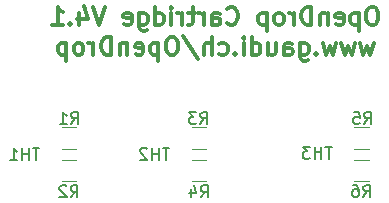
<source format=gbr>
G04 #@! TF.GenerationSoftware,KiCad,Pcbnew,5.1.5+dfsg1-2build2*
G04 #@! TF.CreationDate,2021-05-28T07:54:39+02:00*
G04 #@! TF.ProjectId,DIMMCartridge_heaters,44494d4d-4361-4727-9472-696467655f68,rev?*
G04 #@! TF.SameCoordinates,Original*
G04 #@! TF.FileFunction,Legend,Bot*
G04 #@! TF.FilePolarity,Positive*
%FSLAX46Y46*%
G04 Gerber Fmt 4.6, Leading zero omitted, Abs format (unit mm)*
G04 Created by KiCad (PCBNEW 5.1.5+dfsg1-2build2) date 2021-05-28 07:54:39*
%MOMM*%
%LPD*%
G04 APERTURE LIST*
%ADD10C,0.300000*%
%ADD11C,0.120000*%
%ADD12C,0.150000*%
G04 APERTURE END LIST*
D10*
X113428571Y-81518571D02*
X113142857Y-81518571D01*
X113000000Y-81590000D01*
X112857142Y-81732857D01*
X112785714Y-82018571D01*
X112785714Y-82518571D01*
X112857142Y-82804285D01*
X113000000Y-82947142D01*
X113142857Y-83018571D01*
X113428571Y-83018571D01*
X113571428Y-82947142D01*
X113714285Y-82804285D01*
X113785714Y-82518571D01*
X113785714Y-82018571D01*
X113714285Y-81732857D01*
X113571428Y-81590000D01*
X113428571Y-81518571D01*
X112142857Y-82018571D02*
X112142857Y-83518571D01*
X112142857Y-82090000D02*
X112000000Y-82018571D01*
X111714285Y-82018571D01*
X111571428Y-82090000D01*
X111500000Y-82161428D01*
X111428571Y-82304285D01*
X111428571Y-82732857D01*
X111500000Y-82875714D01*
X111571428Y-82947142D01*
X111714285Y-83018571D01*
X112000000Y-83018571D01*
X112142857Y-82947142D01*
X110214285Y-82947142D02*
X110357142Y-83018571D01*
X110642857Y-83018571D01*
X110785714Y-82947142D01*
X110857142Y-82804285D01*
X110857142Y-82232857D01*
X110785714Y-82090000D01*
X110642857Y-82018571D01*
X110357142Y-82018571D01*
X110214285Y-82090000D01*
X110142857Y-82232857D01*
X110142857Y-82375714D01*
X110857142Y-82518571D01*
X109500000Y-82018571D02*
X109500000Y-83018571D01*
X109500000Y-82161428D02*
X109428571Y-82090000D01*
X109285714Y-82018571D01*
X109071428Y-82018571D01*
X108928571Y-82090000D01*
X108857142Y-82232857D01*
X108857142Y-83018571D01*
X108142857Y-83018571D02*
X108142857Y-81518571D01*
X107785714Y-81518571D01*
X107571428Y-81590000D01*
X107428571Y-81732857D01*
X107357142Y-81875714D01*
X107285714Y-82161428D01*
X107285714Y-82375714D01*
X107357142Y-82661428D01*
X107428571Y-82804285D01*
X107571428Y-82947142D01*
X107785714Y-83018571D01*
X108142857Y-83018571D01*
X106642857Y-83018571D02*
X106642857Y-82018571D01*
X106642857Y-82304285D02*
X106571428Y-82161428D01*
X106500000Y-82090000D01*
X106357142Y-82018571D01*
X106214285Y-82018571D01*
X105500000Y-83018571D02*
X105642857Y-82947142D01*
X105714285Y-82875714D01*
X105785714Y-82732857D01*
X105785714Y-82304285D01*
X105714285Y-82161428D01*
X105642857Y-82090000D01*
X105500000Y-82018571D01*
X105285714Y-82018571D01*
X105142857Y-82090000D01*
X105071428Y-82161428D01*
X105000000Y-82304285D01*
X105000000Y-82732857D01*
X105071428Y-82875714D01*
X105142857Y-82947142D01*
X105285714Y-83018571D01*
X105500000Y-83018571D01*
X104357142Y-82018571D02*
X104357142Y-83518571D01*
X104357142Y-82090000D02*
X104214285Y-82018571D01*
X103928571Y-82018571D01*
X103785714Y-82090000D01*
X103714285Y-82161428D01*
X103642857Y-82304285D01*
X103642857Y-82732857D01*
X103714285Y-82875714D01*
X103785714Y-82947142D01*
X103928571Y-83018571D01*
X104214285Y-83018571D01*
X104357142Y-82947142D01*
X101000000Y-82875714D02*
X101071428Y-82947142D01*
X101285714Y-83018571D01*
X101428571Y-83018571D01*
X101642857Y-82947142D01*
X101785714Y-82804285D01*
X101857142Y-82661428D01*
X101928571Y-82375714D01*
X101928571Y-82161428D01*
X101857142Y-81875714D01*
X101785714Y-81732857D01*
X101642857Y-81590000D01*
X101428571Y-81518571D01*
X101285714Y-81518571D01*
X101071428Y-81590000D01*
X101000000Y-81661428D01*
X99714285Y-83018571D02*
X99714285Y-82232857D01*
X99785714Y-82090000D01*
X99928571Y-82018571D01*
X100214285Y-82018571D01*
X100357142Y-82090000D01*
X99714285Y-82947142D02*
X99857142Y-83018571D01*
X100214285Y-83018571D01*
X100357142Y-82947142D01*
X100428571Y-82804285D01*
X100428571Y-82661428D01*
X100357142Y-82518571D01*
X100214285Y-82447142D01*
X99857142Y-82447142D01*
X99714285Y-82375714D01*
X99000000Y-83018571D02*
X99000000Y-82018571D01*
X99000000Y-82304285D02*
X98928571Y-82161428D01*
X98857142Y-82090000D01*
X98714285Y-82018571D01*
X98571428Y-82018571D01*
X98285714Y-82018571D02*
X97714285Y-82018571D01*
X98071428Y-81518571D02*
X98071428Y-82804285D01*
X98000000Y-82947142D01*
X97857142Y-83018571D01*
X97714285Y-83018571D01*
X97214285Y-83018571D02*
X97214285Y-82018571D01*
X97214285Y-82304285D02*
X97142857Y-82161428D01*
X97071428Y-82090000D01*
X96928571Y-82018571D01*
X96785714Y-82018571D01*
X96285714Y-83018571D02*
X96285714Y-82018571D01*
X96285714Y-81518571D02*
X96357142Y-81590000D01*
X96285714Y-81661428D01*
X96214285Y-81590000D01*
X96285714Y-81518571D01*
X96285714Y-81661428D01*
X94928571Y-83018571D02*
X94928571Y-81518571D01*
X94928571Y-82947142D02*
X95071428Y-83018571D01*
X95357142Y-83018571D01*
X95500000Y-82947142D01*
X95571428Y-82875714D01*
X95642857Y-82732857D01*
X95642857Y-82304285D01*
X95571428Y-82161428D01*
X95500000Y-82090000D01*
X95357142Y-82018571D01*
X95071428Y-82018571D01*
X94928571Y-82090000D01*
X93571428Y-82018571D02*
X93571428Y-83232857D01*
X93642857Y-83375714D01*
X93714285Y-83447142D01*
X93857142Y-83518571D01*
X94071428Y-83518571D01*
X94214285Y-83447142D01*
X93571428Y-82947142D02*
X93714285Y-83018571D01*
X94000000Y-83018571D01*
X94142857Y-82947142D01*
X94214285Y-82875714D01*
X94285714Y-82732857D01*
X94285714Y-82304285D01*
X94214285Y-82161428D01*
X94142857Y-82090000D01*
X94000000Y-82018571D01*
X93714285Y-82018571D01*
X93571428Y-82090000D01*
X92285714Y-82947142D02*
X92428571Y-83018571D01*
X92714285Y-83018571D01*
X92857142Y-82947142D01*
X92928571Y-82804285D01*
X92928571Y-82232857D01*
X92857142Y-82090000D01*
X92714285Y-82018571D01*
X92428571Y-82018571D01*
X92285714Y-82090000D01*
X92214285Y-82232857D01*
X92214285Y-82375714D01*
X92928571Y-82518571D01*
X90642857Y-81518571D02*
X90142857Y-83018571D01*
X89642857Y-81518571D01*
X88500000Y-82018571D02*
X88500000Y-83018571D01*
X88857142Y-81447142D02*
X89214285Y-82518571D01*
X88285714Y-82518571D01*
X87714285Y-82875714D02*
X87642857Y-82947142D01*
X87714285Y-83018571D01*
X87785714Y-82947142D01*
X87714285Y-82875714D01*
X87714285Y-83018571D01*
X86214285Y-83018571D02*
X87071428Y-83018571D01*
X86642857Y-83018571D02*
X86642857Y-81518571D01*
X86785714Y-81732857D01*
X86928571Y-81875714D01*
X87071428Y-81947142D01*
X113392857Y-84568571D02*
X113107142Y-85568571D01*
X112821428Y-84854285D01*
X112535714Y-85568571D01*
X112250000Y-84568571D01*
X111821428Y-84568571D02*
X111535714Y-85568571D01*
X111250000Y-84854285D01*
X110964285Y-85568571D01*
X110678571Y-84568571D01*
X110250000Y-84568571D02*
X109964285Y-85568571D01*
X109678571Y-84854285D01*
X109392857Y-85568571D01*
X109107142Y-84568571D01*
X108535714Y-85425714D02*
X108464285Y-85497142D01*
X108535714Y-85568571D01*
X108607142Y-85497142D01*
X108535714Y-85425714D01*
X108535714Y-85568571D01*
X107178571Y-84568571D02*
X107178571Y-85782857D01*
X107250000Y-85925714D01*
X107321428Y-85997142D01*
X107464285Y-86068571D01*
X107678571Y-86068571D01*
X107821428Y-85997142D01*
X107178571Y-85497142D02*
X107321428Y-85568571D01*
X107607142Y-85568571D01*
X107750000Y-85497142D01*
X107821428Y-85425714D01*
X107892857Y-85282857D01*
X107892857Y-84854285D01*
X107821428Y-84711428D01*
X107750000Y-84640000D01*
X107607142Y-84568571D01*
X107321428Y-84568571D01*
X107178571Y-84640000D01*
X105821428Y-85568571D02*
X105821428Y-84782857D01*
X105892857Y-84640000D01*
X106035714Y-84568571D01*
X106321428Y-84568571D01*
X106464285Y-84640000D01*
X105821428Y-85497142D02*
X105964285Y-85568571D01*
X106321428Y-85568571D01*
X106464285Y-85497142D01*
X106535714Y-85354285D01*
X106535714Y-85211428D01*
X106464285Y-85068571D01*
X106321428Y-84997142D01*
X105964285Y-84997142D01*
X105821428Y-84925714D01*
X104464285Y-84568571D02*
X104464285Y-85568571D01*
X105107142Y-84568571D02*
X105107142Y-85354285D01*
X105035714Y-85497142D01*
X104892857Y-85568571D01*
X104678571Y-85568571D01*
X104535714Y-85497142D01*
X104464285Y-85425714D01*
X103107142Y-85568571D02*
X103107142Y-84068571D01*
X103107142Y-85497142D02*
X103250000Y-85568571D01*
X103535714Y-85568571D01*
X103678571Y-85497142D01*
X103750000Y-85425714D01*
X103821428Y-85282857D01*
X103821428Y-84854285D01*
X103750000Y-84711428D01*
X103678571Y-84640000D01*
X103535714Y-84568571D01*
X103250000Y-84568571D01*
X103107142Y-84640000D01*
X102392857Y-85568571D02*
X102392857Y-84568571D01*
X102392857Y-84068571D02*
X102464285Y-84140000D01*
X102392857Y-84211428D01*
X102321428Y-84140000D01*
X102392857Y-84068571D01*
X102392857Y-84211428D01*
X101678571Y-85425714D02*
X101607142Y-85497142D01*
X101678571Y-85568571D01*
X101750000Y-85497142D01*
X101678571Y-85425714D01*
X101678571Y-85568571D01*
X100321428Y-85497142D02*
X100464285Y-85568571D01*
X100750000Y-85568571D01*
X100892857Y-85497142D01*
X100964285Y-85425714D01*
X101035714Y-85282857D01*
X101035714Y-84854285D01*
X100964285Y-84711428D01*
X100892857Y-84640000D01*
X100750000Y-84568571D01*
X100464285Y-84568571D01*
X100321428Y-84640000D01*
X99678571Y-85568571D02*
X99678571Y-84068571D01*
X99035714Y-85568571D02*
X99035714Y-84782857D01*
X99107142Y-84640000D01*
X99250000Y-84568571D01*
X99464285Y-84568571D01*
X99607142Y-84640000D01*
X99678571Y-84711428D01*
X97250000Y-83997142D02*
X98535714Y-85925714D01*
X96464285Y-84068571D02*
X96178571Y-84068571D01*
X96035714Y-84140000D01*
X95892857Y-84282857D01*
X95821428Y-84568571D01*
X95821428Y-85068571D01*
X95892857Y-85354285D01*
X96035714Y-85497142D01*
X96178571Y-85568571D01*
X96464285Y-85568571D01*
X96607142Y-85497142D01*
X96750000Y-85354285D01*
X96821428Y-85068571D01*
X96821428Y-84568571D01*
X96750000Y-84282857D01*
X96607142Y-84140000D01*
X96464285Y-84068571D01*
X95178571Y-84568571D02*
X95178571Y-86068571D01*
X95178571Y-84640000D02*
X95035714Y-84568571D01*
X94750000Y-84568571D01*
X94607142Y-84640000D01*
X94535714Y-84711428D01*
X94464285Y-84854285D01*
X94464285Y-85282857D01*
X94535714Y-85425714D01*
X94607142Y-85497142D01*
X94750000Y-85568571D01*
X95035714Y-85568571D01*
X95178571Y-85497142D01*
X93250000Y-85497142D02*
X93392857Y-85568571D01*
X93678571Y-85568571D01*
X93821428Y-85497142D01*
X93892857Y-85354285D01*
X93892857Y-84782857D01*
X93821428Y-84640000D01*
X93678571Y-84568571D01*
X93392857Y-84568571D01*
X93250000Y-84640000D01*
X93178571Y-84782857D01*
X93178571Y-84925714D01*
X93892857Y-85068571D01*
X92535714Y-84568571D02*
X92535714Y-85568571D01*
X92535714Y-84711428D02*
X92464285Y-84640000D01*
X92321428Y-84568571D01*
X92107142Y-84568571D01*
X91964285Y-84640000D01*
X91892857Y-84782857D01*
X91892857Y-85568571D01*
X91178571Y-85568571D02*
X91178571Y-84068571D01*
X90821428Y-84068571D01*
X90607142Y-84140000D01*
X90464285Y-84282857D01*
X90392857Y-84425714D01*
X90321428Y-84711428D01*
X90321428Y-84925714D01*
X90392857Y-85211428D01*
X90464285Y-85354285D01*
X90607142Y-85497142D01*
X90821428Y-85568571D01*
X91178571Y-85568571D01*
X89678571Y-85568571D02*
X89678571Y-84568571D01*
X89678571Y-84854285D02*
X89607142Y-84711428D01*
X89535714Y-84640000D01*
X89392857Y-84568571D01*
X89250000Y-84568571D01*
X88535714Y-85568571D02*
X88678571Y-85497142D01*
X88750000Y-85425714D01*
X88821428Y-85282857D01*
X88821428Y-84854285D01*
X88750000Y-84711428D01*
X88678571Y-84640000D01*
X88535714Y-84568571D01*
X88321428Y-84568571D01*
X88178571Y-84640000D01*
X88107142Y-84711428D01*
X88035714Y-84854285D01*
X88035714Y-85282857D01*
X88107142Y-85425714D01*
X88178571Y-85497142D01*
X88321428Y-85568571D01*
X88535714Y-85568571D01*
X87392857Y-84568571D02*
X87392857Y-86068571D01*
X87392857Y-84640000D02*
X87250000Y-84568571D01*
X86964285Y-84568571D01*
X86821428Y-84640000D01*
X86750000Y-84711428D01*
X86678571Y-84854285D01*
X86678571Y-85282857D01*
X86750000Y-85425714D01*
X86821428Y-85497142D01*
X86964285Y-85568571D01*
X87250000Y-85568571D01*
X87392857Y-85497142D01*
D11*
X87022936Y-93535000D02*
X88227064Y-93535000D01*
X87022936Y-91715000D02*
X88227064Y-91715000D01*
X87022936Y-96285000D02*
X88227064Y-96285000D01*
X87022936Y-94465000D02*
X88227064Y-94465000D01*
X99227064Y-91715000D02*
X98022936Y-91715000D01*
X99227064Y-93535000D02*
X98022936Y-93535000D01*
X99227064Y-94465000D02*
X98022936Y-94465000D01*
X99227064Y-96285000D02*
X98022936Y-96285000D01*
X112977064Y-91715000D02*
X111772936Y-91715000D01*
X112977064Y-93535000D02*
X111772936Y-93535000D01*
X112977064Y-94465000D02*
X111772936Y-94465000D01*
X112977064Y-96285000D02*
X111772936Y-96285000D01*
D12*
X85105714Y-93467380D02*
X84534285Y-93467380D01*
X84820000Y-94467380D02*
X84820000Y-93467380D01*
X84200952Y-94467380D02*
X84200952Y-93467380D01*
X84200952Y-93943571D02*
X83629523Y-93943571D01*
X83629523Y-94467380D02*
X83629523Y-93467380D01*
X82629523Y-94467380D02*
X83200952Y-94467380D01*
X82915238Y-94467380D02*
X82915238Y-93467380D01*
X83010476Y-93610238D01*
X83105714Y-93705476D01*
X83200952Y-93753095D01*
X96105714Y-93447380D02*
X95534285Y-93447380D01*
X95820000Y-94447380D02*
X95820000Y-93447380D01*
X95200952Y-94447380D02*
X95200952Y-93447380D01*
X95200952Y-93923571D02*
X94629523Y-93923571D01*
X94629523Y-94447380D02*
X94629523Y-93447380D01*
X94200952Y-93542619D02*
X94153333Y-93495000D01*
X94058095Y-93447380D01*
X93820000Y-93447380D01*
X93724761Y-93495000D01*
X93677142Y-93542619D01*
X93629523Y-93637857D01*
X93629523Y-93733095D01*
X93677142Y-93875952D01*
X94248571Y-94447380D01*
X93629523Y-94447380D01*
X109875714Y-93357380D02*
X109304285Y-93357380D01*
X109590000Y-94357380D02*
X109590000Y-93357380D01*
X108970952Y-94357380D02*
X108970952Y-93357380D01*
X108970952Y-93833571D02*
X108399523Y-93833571D01*
X108399523Y-94357380D02*
X108399523Y-93357380D01*
X108018571Y-93357380D02*
X107399523Y-93357380D01*
X107732857Y-93738333D01*
X107590000Y-93738333D01*
X107494761Y-93785952D01*
X107447142Y-93833571D01*
X107399523Y-93928809D01*
X107399523Y-94166904D01*
X107447142Y-94262142D01*
X107494761Y-94309761D01*
X107590000Y-94357380D01*
X107875714Y-94357380D01*
X107970952Y-94309761D01*
X108018571Y-94262142D01*
X87791666Y-91427380D02*
X88125000Y-90951190D01*
X88363095Y-91427380D02*
X88363095Y-90427380D01*
X87982142Y-90427380D01*
X87886904Y-90475000D01*
X87839285Y-90522619D01*
X87791666Y-90617857D01*
X87791666Y-90760714D01*
X87839285Y-90855952D01*
X87886904Y-90903571D01*
X87982142Y-90951190D01*
X88363095Y-90951190D01*
X86839285Y-91427380D02*
X87410714Y-91427380D01*
X87125000Y-91427380D02*
X87125000Y-90427380D01*
X87220238Y-90570238D01*
X87315476Y-90665476D01*
X87410714Y-90713095D01*
X87756666Y-97617380D02*
X88090000Y-97141190D01*
X88328095Y-97617380D02*
X88328095Y-96617380D01*
X87947142Y-96617380D01*
X87851904Y-96665000D01*
X87804285Y-96712619D01*
X87756666Y-96807857D01*
X87756666Y-96950714D01*
X87804285Y-97045952D01*
X87851904Y-97093571D01*
X87947142Y-97141190D01*
X88328095Y-97141190D01*
X87375714Y-96712619D02*
X87328095Y-96665000D01*
X87232857Y-96617380D01*
X86994761Y-96617380D01*
X86899523Y-96665000D01*
X86851904Y-96712619D01*
X86804285Y-96807857D01*
X86804285Y-96903095D01*
X86851904Y-97045952D01*
X87423333Y-97617380D01*
X86804285Y-97617380D01*
X98736666Y-91417380D02*
X99070000Y-90941190D01*
X99308095Y-91417380D02*
X99308095Y-90417380D01*
X98927142Y-90417380D01*
X98831904Y-90465000D01*
X98784285Y-90512619D01*
X98736666Y-90607857D01*
X98736666Y-90750714D01*
X98784285Y-90845952D01*
X98831904Y-90893571D01*
X98927142Y-90941190D01*
X99308095Y-90941190D01*
X98403333Y-90417380D02*
X97784285Y-90417380D01*
X98117619Y-90798333D01*
X97974761Y-90798333D01*
X97879523Y-90845952D01*
X97831904Y-90893571D01*
X97784285Y-90988809D01*
X97784285Y-91226904D01*
X97831904Y-91322142D01*
X97879523Y-91369761D01*
X97974761Y-91417380D01*
X98260476Y-91417380D01*
X98355714Y-91369761D01*
X98403333Y-91322142D01*
X98776666Y-97627380D02*
X99110000Y-97151190D01*
X99348095Y-97627380D02*
X99348095Y-96627380D01*
X98967142Y-96627380D01*
X98871904Y-96675000D01*
X98824285Y-96722619D01*
X98776666Y-96817857D01*
X98776666Y-96960714D01*
X98824285Y-97055952D01*
X98871904Y-97103571D01*
X98967142Y-97151190D01*
X99348095Y-97151190D01*
X97919523Y-96960714D02*
X97919523Y-97627380D01*
X98157619Y-96579761D02*
X98395714Y-97294047D01*
X97776666Y-97294047D01*
X112606666Y-91427380D02*
X112940000Y-90951190D01*
X113178095Y-91427380D02*
X113178095Y-90427380D01*
X112797142Y-90427380D01*
X112701904Y-90475000D01*
X112654285Y-90522619D01*
X112606666Y-90617857D01*
X112606666Y-90760714D01*
X112654285Y-90855952D01*
X112701904Y-90903571D01*
X112797142Y-90951190D01*
X113178095Y-90951190D01*
X111701904Y-90427380D02*
X112178095Y-90427380D01*
X112225714Y-90903571D01*
X112178095Y-90855952D01*
X112082857Y-90808333D01*
X111844761Y-90808333D01*
X111749523Y-90855952D01*
X111701904Y-90903571D01*
X111654285Y-90998809D01*
X111654285Y-91236904D01*
X111701904Y-91332142D01*
X111749523Y-91379761D01*
X111844761Y-91427380D01*
X112082857Y-91427380D01*
X112178095Y-91379761D01*
X112225714Y-91332142D01*
X112536666Y-97587380D02*
X112870000Y-97111190D01*
X113108095Y-97587380D02*
X113108095Y-96587380D01*
X112727142Y-96587380D01*
X112631904Y-96635000D01*
X112584285Y-96682619D01*
X112536666Y-96777857D01*
X112536666Y-96920714D01*
X112584285Y-97015952D01*
X112631904Y-97063571D01*
X112727142Y-97111190D01*
X113108095Y-97111190D01*
X111679523Y-96587380D02*
X111870000Y-96587380D01*
X111965238Y-96635000D01*
X112012857Y-96682619D01*
X112108095Y-96825476D01*
X112155714Y-97015952D01*
X112155714Y-97396904D01*
X112108095Y-97492142D01*
X112060476Y-97539761D01*
X111965238Y-97587380D01*
X111774761Y-97587380D01*
X111679523Y-97539761D01*
X111631904Y-97492142D01*
X111584285Y-97396904D01*
X111584285Y-97158809D01*
X111631904Y-97063571D01*
X111679523Y-97015952D01*
X111774761Y-96968333D01*
X111965238Y-96968333D01*
X112060476Y-97015952D01*
X112108095Y-97063571D01*
X112155714Y-97158809D01*
M02*

</source>
